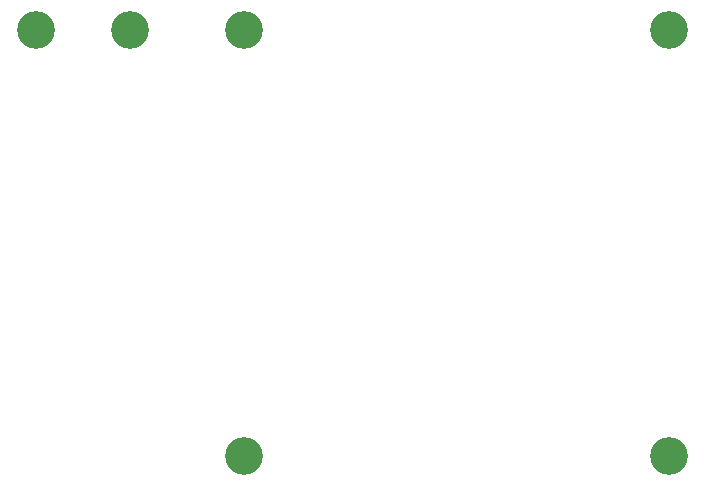
<source format=gbr>
%TF.GenerationSoftware,KiCad,Pcbnew,(6.0.11)*%
%TF.CreationDate,2023-01-29T20:34:43-05:00*%
%TF.ProjectId,Coil_Winder,436f696c-5f57-4696-9e64-65722e6b6963,rev?*%
%TF.SameCoordinates,Original*%
%TF.FileFunction,NonPlated,1,2,NPTH,Drill*%
%TF.FilePolarity,Positive*%
%FSLAX46Y46*%
G04 Gerber Fmt 4.6, Leading zero omitted, Abs format (unit mm)*
G04 Created by KiCad (PCBNEW (6.0.11)) date 2023-01-29 20:34:43*
%MOMM*%
%LPD*%
G01*
G04 APERTURE LIST*
%TA.AperFunction,ComponentDrill*%
%ADD10C,3.200000*%
%TD*%
G04 APERTURE END LIST*
D10*
%TO.C,REF\u002A\u002A*%
X89000000Y-69000000D03*
X97000000Y-69000000D03*
X106600000Y-69000000D03*
X106600000Y-105000000D03*
X142600000Y-69000000D03*
X142600000Y-105000000D03*
M02*

</source>
